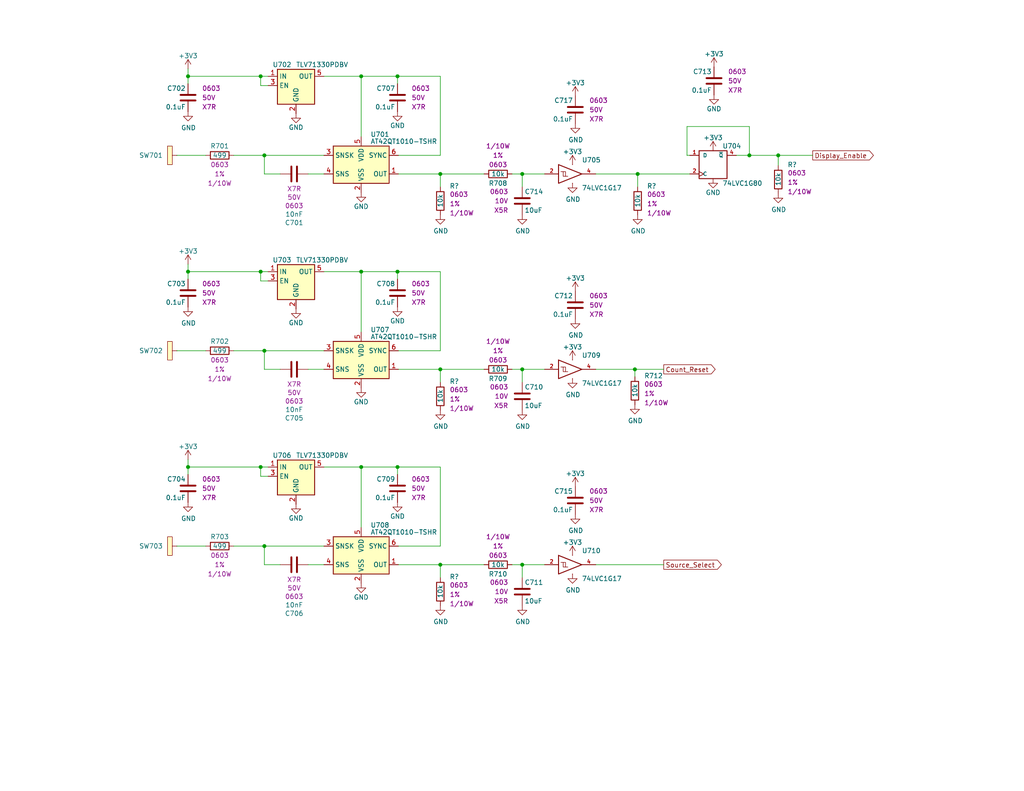
<source format=kicad_sch>
(kicad_sch (version 20230121) (generator eeschema)
  (paper "A")
  (title_block (title "Incrementor") (date "2019-09-03") (rev "A") (company "Drew Maatman"))
  (lib_symbols
    (symbol "Custom_Library:74LVC1G17_Power" (pin_names (offset 1.016))
      (property "Reference" "U" (at 2.54 3.81 0))
      (property "Value" "74LVC1G17_Power" (at 2.54 -3.81 0))
      (symbol "74LVC1G17_Power_0_1"
        (polyline (pts (xy -2.54 0.635) (xy -1.905 0.635) (xy -1.905 -0.635)))
        (polyline (pts (xy -3.81 2.54) (xy -3.81 -2.54) (xy 2.54 0) (xy -3.81 2.54)) (stroke (width 0.254)))
        (polyline (pts (xy -3.175 0.635) (xy -2.54 0.635) (xy -2.54 -0.635) (xy -1.27 -0.635)))
      )
      (symbol "74LVC1G17_Power_1_1"
        (pin input line (at -7.62 0 0) (length 3.81) (name "~") (number "2"))
        (pin power_in line (at 0 -2.54 270) (length 0) (name "GND") (number "3"))
        (pin output line (at 6.35 0 180) (length 3.81) (name "~") (number "4"))
        (pin power_in line (at 0 2.54 90) (length 0) (name "VCC") (number "5"))
      )
    )
    (symbol "Custom_Library:74LVC1G80_Power" (pin_names (offset 1.016))
      (property "Reference" "U" (at 2.54 5.08 0))
      (property "Value" "74LVC1G80_Power" (at 2.54 -5.08 0))
      (symbol "74LVC1G80_Power_0_1"
        (rectangle (start -3.81 3.81) (end 3.81 -3.81) (stroke (width 0.254)))
      )
      (symbol "74LVC1G80_Power_1_1"
        (pin input line (at -6.35 2.54 0) (length 2.54) (name "D") (number "1"))
        (pin input clock (at -6.35 -2.54 0) (length 2.54) (name "C") (number "2"))
        (pin power_in line (at 0 -3.81 270) (length 0) (name "GND") (number "3"))
        (pin output line (at 6.35 2.54 180) (length 2.54) (name "~{Q}") (number "4"))
        (pin power_in line (at 0 3.81 90) (length 0) (name "VCC") (number "5"))
      )
    )
    (symbol "Custom_Library:C_Custom" (pin_numbers hide) (pin_names (offset 0.254))
      (property "Reference" "C" (at 0.635 2.54 0))
      (property "Value" "C_Custom" (at 0.635 -2.54 0))
      (property "display_footprint" "Foot" (at -3.81 2.54 0))
      (property "Voltage" "V" (at -3.81 0 0))
      (property "Dielectric" "Er" (at -3.81 -2.54 0))
      (symbol "C_Custom_0_1"
        (polyline (pts (xy -2.032 -0.762) (xy 2.032 -0.762)) (stroke (width 0.508)))
        (polyline (pts (xy -2.032 0.762) (xy 2.032 0.762)) (stroke (width 0.508)))
      )
      (symbol "C_Custom_1_1"
        (pin passive line (at 0 3.81 270) (length 2.794) (name "~") (number "1"))
        (pin passive line (at 0 -3.81 90) (length 2.794) (name "~") (number "2"))
      )
    )
    (symbol "Custom_Library:Cap_Touch" (pin_numbers hide) (pin_names (offset 0) hide)
      (property "Reference" "SW" (at 0 3.81 0))
      (symbol "Cap_Touch_0_1"
        (rectangle (start -2.54 1.27) (end 2.54 2.54) (fill (type background)))
        (polyline (pts (xy 0 0) (xy 0 1.27)))
      )
      (symbol "Cap_Touch_1_1"
        (pin passive line (at 0 0 90) (length 0) (name "TP") (number "1"))
      )
    )
    (symbol "Custom_Library:R_Custom" (pin_numbers hide) (pin_names (offset 1.016) hide)
      (property "Reference" "R" (at -2.54 0 90))
      (property "Value" "R_Custom" (at 0 0 90))
      (property "display_footprint" "Foot" (at 2.54 0 90))
      (property "Tolerance" "Tol" (at 5.08 0 90))
      (property "Wattage" "W" (at 7.62 0 90))
      (symbol "R_Custom_0_1"
        (rectangle (start 1.016 2.54) (end -1.016 -2.54) (stroke (width 0.254)))
      )
      (symbol "R_Custom_1_1"
        (pin passive line (at 0 3.81 270) (length 1.27) (name "1") (number "1"))
        (pin passive line (at 0 -3.81 90) (length 1.27) (name "2") (number "2"))
      )
    )
    (symbol "Incrementor-rescue:+3.3V-power" (power) (pin_names (offset 0))
      (property "Value" "+3.3V-power" (at 0 3.556 0))
      (symbol "+3.3V-power_0_1"
        (polyline (pts (xy -0.762 1.27) (xy 0 2.54)))
        (polyline (pts (xy 0 0) (xy 0 2.54)))
        (polyline (pts (xy 0 2.54) (xy 0.762 1.27)))
      )
      (symbol "+3.3V-power_1_1"
        (pin power_in line (at 0 0 90) (length 0) hide (name "+3V3") (number "1"))
      )
    )
    (symbol "Incrementor-rescue:TLV71330PDBV-Regulator_Linear"
      (property "Reference" "U" (at -3.81 5.715 0))
      (property "Value" "Regulator_Linear_TLV71330PDBV" (at 0 5.715 0))
      (symbol "TLV71330PDBV-Regulator_Linear_0_1"
        (rectangle (start -5.08 4.445) (end 5.08 -5.08) (stroke (width 0.254)) (fill (type background)))
      )
      (symbol "TLV71330PDBV-Regulator_Linear_1_1"
        (pin power_in line (at -7.62 2.54 0) (length 2.54) (name "IN") (number "1"))
        (pin power_in line (at 0 -7.62 90) (length 2.54) (name "GND") (number "2"))
        (pin input line (at -7.62 0 0) (length 2.54) (name "EN") (number "3"))
        (pin no_connect line (at 7.62 0 180) (length 2.54) hide (name "NC") (number "4"))
        (pin power_out line (at 7.62 2.54 180) (length 2.54) (name "OUT") (number "5"))
      )
    )
    (symbol "Sensor_Touch:AT42QT1010-TSHR"
      (property "Reference" "U" (at -2.54 8.255 0))
      (property "Value" "AT42QT1010-TSHR" (at -2.54 6.35 0))
      (symbol "AT42QT1010-TSHR_0_1"
        (rectangle (start -7.62 5.08) (end 7.62 -5.08) (stroke (width 0.254)) (fill (type background)))
      )
      (symbol "AT42QT1010-TSHR_1_1"
        (pin output line (at -10.16 -2.54 0) (length 2.54) (name "OUT") (number "1"))
        (pin power_in line (at 0 -7.62 90) (length 2.54) (name "VSS") (number "2"))
        (pin passive line (at 10.16 2.54 180) (length 2.54) (name "SNSK") (number "3"))
        (pin passive line (at 10.16 -2.54 180) (length 2.54) (name "SNS") (number "4"))
        (pin power_in line (at 0 7.62 270) (length 2.54) (name "VDD") (number "5"))
        (pin input line (at -10.16 2.54 0) (length 2.54) (name "SYNC") (number "6"))
      )
    )
    (symbol "power:GND" (power) (pin_names (offset 0))
      (property "Value" "GND" (at 0 -3.81 0))
      (symbol "GND_0_1"
        (polyline (pts (xy 0 0) (xy 0 -1.27) (xy 1.27 -1.27) (xy 0 -2.54) (xy -1.27 -1.27) (xy 0 -1.27)))
      )
      (symbol "GND_1_1"
        (pin power_in line (at 0 0 270) (length 0) hide (name "GND") (number "1"))
      )
    )
  )
  (junction (at 72.136 42.418))
  (junction (at 173.99 47.498))
  (junction (at 71.12 20.828))
  (junction (at 120.142 100.838))
  (junction (at 51.308 74.168))
  (junction (at 72.136 95.758))
  (junction (at 212.344 42.418))
  (junction (at 142.494 47.498))
  (junction (at 72.136 149.098))
  (junction (at 120.142 154.178))
  (junction (at 173.228 100.838))
  (junction (at 108.458 74.168))
  (junction (at 98.552 74.168))
  (junction (at 204.47 42.418))
  (junction (at 98.552 127.508))
  (junction (at 142.494 154.178))
  (junction (at 71.12 74.168))
  (junction (at 71.12 127.508))
  (junction (at 51.308 20.828))
  (junction (at 108.458 127.508))
  (junction (at 98.552 20.828))
  (junction (at 108.458 20.828))
  (junction (at 120.142 47.498))
  (junction (at 142.494 100.838))
  (junction (at 51.308 127.508))
  (wire (pts (xy 72.136 47.498) (xy 72.136 42.418)))
  (wire (pts (xy 212.344 45.212) (xy 212.344 42.418)))
  (wire (pts (xy 132.08 47.498) (xy 120.142 47.498)))
  (wire (pts (xy 221.742 42.418) (xy 212.344 42.418)))
  (wire (pts (xy 108.712 42.418) (xy 120.142 42.418)))
  (wire (pts (xy 173.99 51.054) (xy 173.99 47.498)))
  (wire (pts (xy 120.142 51.054) (xy 120.142 47.498)))
  (wire (pts (xy 88.392 127.508) (xy 98.552 127.508)))
  (wire (pts (xy 71.12 76.708) (xy 71.12 74.168)))
  (wire (pts (xy 108.458 127.508) (xy 98.552 127.508)))
  (wire (pts (xy 212.344 42.418) (xy 204.47 42.418)))
  (wire (pts (xy 72.136 95.758) (xy 88.392 95.758)))
  (wire (pts (xy 76.454 154.178) (xy 72.136 154.178)))
  (wire (pts (xy 108.712 95.758) (xy 120.142 95.758)))
  (wire (pts (xy 108.458 74.168) (xy 98.552 74.168)))
  (wire (pts (xy 98.552 74.168) (xy 98.552 90.678)))
  (wire (pts (xy 188.214 47.498) (xy 173.99 47.498)))
  (wire (pts (xy 63.754 42.418) (xy 72.136 42.418)))
  (wire (pts (xy 173.99 47.498) (xy 162.56 47.498)))
  (wire (pts (xy 148.59 154.178) (xy 142.494 154.178)))
  (wire (pts (xy 51.308 76.2) (xy 51.308 74.168)))
  (wire (pts (xy 173.228 100.838) (xy 162.56 100.838)))
  (wire (pts (xy 72.136 42.418) (xy 88.392 42.418)))
  (wire (pts (xy 120.142 74.168) (xy 108.458 74.168)))
  (wire (pts (xy 71.12 127.508) (xy 51.308 127.508)))
  (wire (pts (xy 84.074 154.178) (xy 88.392 154.178)))
  (wire (pts (xy 120.142 127.508) (xy 108.458 127.508)))
  (wire (pts (xy 51.308 18.796) (xy 51.308 20.828)))
  (wire (pts (xy 71.12 20.828) (xy 51.308 20.828)))
  (wire (pts (xy 120.142 127.508) (xy 120.142 149.098)))
  (wire (pts (xy 120.142 104.394) (xy 120.142 100.838)))
  (wire (pts (xy 51.308 125.476) (xy 51.308 127.508)))
  (wire (pts (xy 142.494 100.838) (xy 139.7 100.838)))
  (wire (pts (xy 148.59 47.498) (xy 142.494 47.498)))
  (wire (pts (xy 98.552 20.828) (xy 98.552 37.338)))
  (wire (pts (xy 71.12 23.368) (xy 71.12 20.828)))
  (wire (pts (xy 72.136 100.838) (xy 72.136 95.758)))
  (wire (pts (xy 120.142 157.734) (xy 120.142 154.178)))
  (wire (pts (xy 162.56 154.178) (xy 181.102 154.178)))
  (wire (pts (xy 142.494 104.394) (xy 142.494 100.838)))
  (wire (pts (xy 187.452 42.418) (xy 188.214 42.418)))
  (wire (pts (xy 76.454 100.838) (xy 72.136 100.838)))
  (wire (pts (xy 120.142 47.498) (xy 108.712 47.498)))
  (wire (pts (xy 142.494 47.498) (xy 139.7 47.498)))
  (wire (pts (xy 132.08 100.838) (xy 120.142 100.838)))
  (wire (pts (xy 72.136 149.098) (xy 88.392 149.098)))
  (wire (pts (xy 51.308 72.136) (xy 51.308 74.168)))
  (wire (pts (xy 51.308 129.54) (xy 51.308 127.508)))
  (wire (pts (xy 120.142 154.178) (xy 108.712 154.178)))
  (wire (pts (xy 73.152 130.048) (xy 71.12 130.048)))
  (wire (pts (xy 120.142 74.168) (xy 120.142 95.758)))
  (wire (pts (xy 142.494 154.178) (xy 139.7 154.178)))
  (wire (pts (xy 72.136 154.178) (xy 72.136 149.098)))
  (wire (pts (xy 108.458 129.54) (xy 108.458 127.508)))
  (wire (pts (xy 48.26 95.758) (xy 56.134 95.758)))
  (wire (pts (xy 108.458 76.2) (xy 108.458 74.168)))
  (wire (pts (xy 71.12 74.168) (xy 51.308 74.168)))
  (wire (pts (xy 98.552 127.508) (xy 98.552 144.018)))
  (wire (pts (xy 173.228 100.838) (xy 181.102 100.838)))
  (wire (pts (xy 73.152 74.168) (xy 71.12 74.168)))
  (wire (pts (xy 108.712 149.098) (xy 120.142 149.098)))
  (wire (pts (xy 187.452 34.544) (xy 187.452 42.418)))
  (wire (pts (xy 120.142 20.828) (xy 120.142 42.418)))
  (wire (pts (xy 142.494 51.054) (xy 142.494 47.498)))
  (wire (pts (xy 88.392 20.828) (xy 98.552 20.828)))
  (wire (pts (xy 120.142 20.828) (xy 108.458 20.828)))
  (wire (pts (xy 73.152 23.368) (xy 71.12 23.368)))
  (wire (pts (xy 73.152 127.508) (xy 71.12 127.508)))
  (wire (pts (xy 108.458 22.86) (xy 108.458 20.828)))
  (wire (pts (xy 108.458 20.828) (xy 98.552 20.828)))
  (wire (pts (xy 142.494 157.734) (xy 142.494 154.178)))
  (wire (pts (xy 88.392 74.168) (xy 98.552 74.168)))
  (wire (pts (xy 76.454 47.498) (xy 72.136 47.498)))
  (wire (pts (xy 63.754 149.098) (xy 72.136 149.098)))
  (wire (pts (xy 204.47 42.418) (xy 204.47 34.544)))
  (wire (pts (xy 84.074 100.838) (xy 88.392 100.838)))
  (wire (pts (xy 51.308 22.86) (xy 51.308 20.828)))
  (wire (pts (xy 48.26 149.098) (xy 56.134 149.098)))
  (wire (pts (xy 173.228 102.87) (xy 173.228 100.838)))
  (wire (pts (xy 132.08 154.178) (xy 120.142 154.178)))
  (wire (pts (xy 71.12 130.048) (xy 71.12 127.508)))
  (wire (pts (xy 73.152 20.828) (xy 71.12 20.828)))
  (wire (pts (xy 84.074 47.498) (xy 88.392 47.498)))
  (wire (pts (xy 63.754 95.758) (xy 72.136 95.758)))
  (wire (pts (xy 204.47 34.544) (xy 187.452 34.544)))
  (wire (pts (xy 73.152 76.708) (xy 71.12 76.708)))
  (wire (pts (xy 48.26 42.418) (xy 56.134 42.418)))
  (wire (pts (xy 120.142 100.838) (xy 108.712 100.838)))
  (wire (pts (xy 148.59 100.838) (xy 142.494 100.838)))
  (wire (pts (xy 200.914 42.418) (xy 204.47 42.418)))
  (global_label "Display_Enable" (shape output) (at 221.742 42.418 0) (property "Intersheetrefs" "${INTERSHEET_REFS}" (effects hide)))
  (global_label "Source_Select" (shape output) (at 181.102 154.178 0) (property "Intersheetrefs" "${INTERSHEET_REFS}" (effects hide)))
  (global_label "Count_Reset" (shape output) (at 181.102 100.838 0) (property "Intersheetrefs" "${INTERSHEET_REFS}" (effects hide)))
  (symbol (lib_id "Sensor_Touch:AT42QT1010-TSHR") (at 98.552 44.958 0) (mirror y) (unit 1)
    (property "Reference" "U701" (at 101.092 36.703 0) (effects (justify right)))
    (property "Value" "AT42QT1010-TSHR" (at 101.092 38.608 0) (effects (justify right)))
    (property "Footprint" "TO_SOT_Packages_SMD:SOT-23-6" (effects hide))
    (property "Datasheet" "http://ww1.microchip.com/downloads/en/DeviceDoc/Atmel-9541-AT42-QTouch-BSW-AT42QT1010_Datasheet.pdf" (effects hide))
    (property "Digi-Key PN" "AT42QT1010-TSHRCT-ND" (effects hide))
  )
  (symbol (lib_id "power:GND") (at 98.552 52.578 0) (mirror y) (unit 1)
    (property "Reference" "#PWR0708" (effects hide))
    (property "Value" "GND" (at 98.552 56.388 0))
  )
  (symbol (lib_id "Custom_Library:C_Custom") (at 80.264 47.498 270) (mirror x) (unit 1)
    (property "Reference" "C?" (at 80.264 60.8076 90))
    (property "Value" "10nF" (at 80.264 58.4962 90))
    (property "Footprint" "Capacitors_SMD:C_0603" (effects hide))
    (property "Digi-Key PN" "1276-1921-1-ND" (effects hide))
    (property "display_footprint" "0603" (at 80.264 56.1848 90))
    (property "Voltage" "50V" (at 80.264 53.8734 90))
    (property "Dielectric" "X7R" (at 80.264 51.562 90))
    (instances (project "Incrementor" (path "" (reference "C701") (unit 1))))
  )
  (symbol (lib_id "Custom_Library:R_Custom") (at 59.944 42.418 90) (mirror x) (unit 1)
    (property "Reference" "R?" (at 59.944 39.878 90))
    (property "Value" "499" (at 59.944 42.418 90))
    (property "Footprint" "Resistors_SMD:R_0603" (effects hide))
    (property "Digi-Key PN" "P499HCT-ND" (effects hide))
    (property "display_footprint" "0603" (at 59.944 44.958 90))
    (property "Tolerance" "1%" (at 59.944 47.498 90))
    (property "Wattage" "1/10W" (at 59.944 50.038 90))
    (instances (project "Incrementor" (path "" (reference "R701") (unit 1))))
  )
  (symbol (lib_id "Custom_Library:Cap_Touch") (at 48.26 42.418 90) (mirror x) (unit 1)
    (property "Reference" "SW701" (at 44.45 42.418 90) (effects (justify left)))
    (property "Value" "Cap_Touch" (effects hide))
    (property "Footprint" "Custom Footprints Library:Capacitive_Touch_Pad" (effects hide))
  )
  (symbol (lib_id "Custom_Library:74LVC1G80_Power") (at 194.564 44.958 0) (unit 1)
    (property "Reference" "U704" (at 197.104 39.878 0) (effects (justify left)))
    (property "Value" "74LVC1G80" (at 197.104 50.038 0) (effects (justify left)))
    (property "Footprint" "TO_SOT_Packages_SMD:SOT-353_SC-70-5" (effects hide))
    (property "Datasheet" "http://www.ti.com/lit/sg/scyt129e/scyt129e.pdf" (effects hide))
    (property "Digi-Key PN" "296-9852-1-ND" (effects hide))
  )
  (symbol (lib_id "power:GND") (at 194.564 48.768 0) (unit 1)
    (property "Reference" "#PWR0718" (effects hide))
    (property "Value" "GND" (at 194.564 52.578 0))
  )
  (symbol (lib_id "Incrementor-rescue:+3.3V-power") (at 194.564 41.148 0) (unit 1)
    (property "Reference" "#PWR0717" (effects hide))
    (property "Value" "+3.3V" (at 194.564 37.592 0))
  )
  (symbol (lib_id "Custom_Library:C_Custom") (at 194.818 22.098 0) (mirror y) (unit 1)
    (property "Reference" "C?" (at 194.183 19.558 0) (effects (justify left)))
    (property "Value" "0.1uF" (at 194.183 24.638 0) (effects (justify left)))
    (property "Footprint" "Capacitors_SMD:C_0603" (effects hide))
    (property "Digi-Key PN" "311-1344-1-ND" (effects hide))
    (property "display_footprint" "0603" (at 198.628 19.558 0) (effects (justify right)))
    (property "Voltage" "50V" (at 198.628 22.098 0) (effects (justify right)))
    (property "Dielectric" "X7R" (at 198.628 24.638 0) (effects (justify right)))
    (instances (project "Incrementor" (path "" (reference "C713") (unit 1))))
  )
  (symbol (lib_id "power:GND") (at 194.818 25.908 0) (unit 1)
    (property "Reference" "#PWR0720" (effects hide))
    (property "Value" "GND" (at 194.818 29.718 0))
  )
  (symbol (lib_id "Incrementor-rescue:+3.3V-power") (at 194.818 18.288 0) (unit 1)
    (property "Reference" "#PWR0719" (effects hide))
    (property "Value" "+3.3V" (at 194.818 14.732 0))
  )
  (symbol (lib_id "Custom_Library:R_Custom") (at 120.142 54.864 0) (unit 1)
    (property "Reference" "R?" (at 122.682 50.8 0) (effects (justify left)))
    (property "Value" "10k" (at 120.142 56.642 90) (effects (justify left)))
    (property "Footprint" "Resistors_SMD:R_0603" (effects hide))
    (property "display_footprint" "0603" (at 122.682 53.086 0) (effects (justify left)))
    (property "Tolerance" "1%" (at 122.682 55.626 0) (effects (justify left)))
    (property "Wattage" "1/10W" (at 122.682 58.166 0) (effects (justify left)))
    (property "Digi-Key PN" "RMCF0603FT10K0CT-ND" (effects hide))
    (instances (project "Incrementor" (path "" (reference "R?") (unit 1)) (path "" (reference "R?") (unit 1)) (path "" (reference "R704") (unit 1))))
  )
  (symbol (lib_id "power:GND") (at 120.142 58.674 0) (unit 1)
    (property "Reference" "#PWR?" (effects hide))
    (property "Value" "GND" (at 120.269 63.0682 0))
    (instances (project "Incrementor" (path "" (reference "#PWR?") (unit 1)) (path "" (reference "#PWR?") (unit 1)) (path "" (reference "#PWR0716") (unit 1))))
  )
  (symbol (lib_id "Custom_Library:R_Custom") (at 212.344 49.022 0) (unit 1)
    (property "Reference" "R?" (at 214.884 44.958 0) (effects (justify left)))
    (property "Value" "10k" (at 212.344 50.8 90) (effects (justify left)))
    (property "Footprint" "Resistors_SMD:R_0603" (effects hide))
    (property "display_footprint" "0603" (at 214.884 47.244 0) (effects (justify left)))
    (property "Tolerance" "1%" (at 214.884 49.784 0) (effects (justify left)))
    (property "Wattage" "1/10W" (at 214.884 52.324 0) (effects (justify left)))
    (property "Digi-Key PN" "RMCF0603FT10K0CT-ND" (effects hide))
    (instances (project "Incrementor" (path "" (reference "R?") (unit 1)) (path "" (reference "R?") (unit 1)) (path "" (reference "R705") (unit 1))))
  )
  (symbol (lib_id "power:GND") (at 212.344 52.832 0) (unit 1)
    (property "Reference" "#PWR?" (effects hide))
    (property "Value" "GND" (at 212.471 57.2262 0))
    (instances (project "Incrementor" (path "" (reference "#PWR?") (unit 1)) (path "" (reference "#PWR?") (unit 1)) (path "" (reference "#PWR0721") (unit 1))))
  )
  (symbol (lib_id "Custom_Library:R_Custom") (at 135.89 47.498 270) (mirror x) (unit 1)
    (property "Reference" "R?" (at 135.89 50.038 90))
    (property "Value" "10k" (at 135.89 47.498 90))
    (property "Footprint" "Resistors_SMD:R_0603" (effects hide))
    (property "display_footprint" "0603" (at 135.89 44.958 90))
    (property "Tolerance" "1%" (at 135.89 42.418 90))
    (property "Wattage" "1/10W" (at 135.89 39.878 90))
    (property "Digi-Key PN" "RMCF0603FT10K0CT-ND" (effects hide))
    (instances (project "Incrementor" (path "" (reference "R708") (unit 1))))
  )
  (symbol (lib_id "Custom_Library:C_Custom") (at 142.494 54.864 0) (unit 1)
    (property "Reference" "C?" (at 143.129 52.324 0) (effects (justify left)))
    (property "Value" "10uF" (at 143.129 57.404 0) (effects (justify left)))
    (property "Footprint" "Capacitors_SMD:C_0603" (effects hide))
    (property "Digi-Key PN" "490-14372-1-ND" (effects hide))
    (property "display_footprint" "0603" (at 138.684 52.324 0) (effects (justify right)))
    (property "Voltage" "10V" (at 138.684 54.864 0) (effects (justify right)))
    (property "Dielectric" "X5R" (at 138.684 57.404 0) (effects (justify right)))
    (instances (project "Incrementor" (path "" (reference "C714") (unit 1))))
  )
  (symbol (lib_id "power:GND") (at 142.494 58.674 0) (unit 1)
    (property "Reference" "#PWR?" (effects hide))
    (property "Value" "GND" (at 142.621 63.0682 0))
    (instances (project "Incrementor" (path "" (reference "#PWR?") (unit 1)) (path "" (reference "#PWR?") (unit 1)) (path "" (reference "#PWR0724") (unit 1))))
  )
  (symbol (lib_id "Incrementor-rescue:TLV71330PDBV-Regulator_Linear") (at 80.772 23.368 0) (unit 1)
    (property "Reference" "U702" (at 76.962 17.653 0))
    (property "Value" "TLV71330PDBV" (at 80.772 17.653 0) (effects (justify left)))
    (property "Footprint" "Package_TO_SOT_SMD:SOT-23-5" (effects hide))
    (property "Datasheet" "http://www.ti.com/lit/ds/symlink/tlv713p.pdf" (effects hide))
    (property "Digi-Key PN" "296-40658-1-ND" (effects hide))
  )
  (symbol (lib_id "power:GND") (at 156.21 50.038 0) (unit 1)
    (property "Reference" "#PWR?" (effects hide))
    (property "Value" "GND" (at 156.337 54.4322 0))
    (instances (project "Incrementor" (path "" (reference "#PWR?") (unit 1)) (path "" (reference "#PWR?") (unit 1)) (path "" (reference "#PWR0728") (unit 1))))
  )
  (symbol (lib_id "Incrementor-rescue:+3.3V-power") (at 156.21 44.958 0) (unit 1)
    (property "Reference" "#PWR0727" (effects hide))
    (property "Value" "+3.3V" (at 156.21 41.402 0))
  )
  (symbol (lib_id "Custom_Library:74LVC1G17_Power") (at 156.21 47.498 0) (unit 1)
    (property "Reference" "U705" (at 158.75 43.688 0) (effects (justify left)))
    (property "Value" "74LVC1G17" (at 158.75 51.308 0) (effects (justify left)))
    (property "Footprint" "TO_SOT_Packages_SMD:SOT-353_SC-70-5" (effects hide))
    (property "Datasheet" "http://www.ti.com/lit/sg/scyt129e/scyt129e.pdf" (effects hide))
    (property "Digi-Key PN" "296-11934-1-ND" (effects hide))
  )
  (symbol (lib_id "Custom_Library:R_Custom") (at 173.99 54.864 0) (unit 1)
    (property "Reference" "R?" (at 176.53 50.8 0) (effects (justify left)))
    (property "Value" "10k" (at 173.99 56.642 90) (effects (justify left)))
    (property "Footprint" "Resistors_SMD:R_0603" (effects hide))
    (property "display_footprint" "0603" (at 176.53 53.086 0) (effects (justify left)))
    (property "Tolerance" "1%" (at 176.53 55.626 0) (effects (justify left)))
    (property "Wattage" "1/10W" (at 176.53 58.166 0) (effects (justify left)))
    (property "Digi-Key PN" "RMCF0603FT10K0CT-ND" (effects hide))
    (instances (project "Incrementor" (path "" (reference "R?") (unit 1)) (path "" (reference "R?") (unit 1)) (path "" (reference "R711") (unit 1))))
  )
  (symbol (lib_id "power:GND") (at 173.99 58.674 0) (unit 1)
    (property "Reference" "#PWR?" (effects hide))
    (property "Value" "GND" (at 174.117 63.0682 0))
    (instances (project "Incrementor" (path "" (reference "#PWR?") (unit 1)) (path "" (reference "#PWR?") (unit 1)) (path "" (reference "#PWR0739") (unit 1))))
  )
  (symbol (lib_id "power:GND") (at 80.772 30.988 0) (unit 1)
    (property "Reference" "#PWR0707" (effects hide))
    (property "Value" "GND" (at 80.772 34.798 0))
  )
  (symbol (lib_id "Custom_Library:C_Custom") (at 108.458 26.67 0) (mirror y) (unit 1)
    (property "Reference" "C?" (at 107.823 24.13 0) (effects (justify left)))
    (property "Value" "0.1uF" (at 107.823 29.21 0) (effects (justify left)))
    (property "Footprint" "Capacitors_SMD:C_0603" (effects hide))
    (property "Digi-Key PN" "311-1344-1-ND" (effects hide))
    (property "display_footprint" "0603" (at 112.268 24.13 0) (effects (justify right)))
    (property "Voltage" "50V" (at 112.268 26.67 0) (effects (justify right)))
    (property "Dielectric" "X7R" (at 112.268 29.21 0) (effects (justify right)))
    (instances (project "Incrementor" (path "" (reference "C707") (unit 1))))
  )
  (symbol (lib_id "Custom_Library:C_Custom") (at 51.308 26.67 0) (mirror y) (unit 1)
    (property "Reference" "C?" (at 50.673 24.13 0) (effects (justify left)))
    (property "Value" "0.1uF" (at 50.673 29.21 0) (effects (justify left)))
    (property "Footprint" "Capacitors_SMD:C_0603" (effects hide))
    (property "Digi-Key PN" "311-1344-1-ND" (effects hide))
    (property "display_footprint" "0603" (at 55.118 24.13 0) (effects (justify right)))
    (property "Voltage" "50V" (at 55.118 26.67 0) (effects (justify right)))
    (property "Dielectric" "X7R" (at 55.118 29.21 0) (effects (justify right)))
    (instances (project "Incrementor" (path "" (reference "C702") (unit 1))))
  )
  (symbol (lib_id "power:GND") (at 51.308 30.48 0) (unit 1)
    (property "Reference" "#PWR?" (effects hide))
    (property "Value" "GND" (at 51.435 34.8742 0))
    (instances (project "Incrementor" (path "" (reference "#PWR?") (unit 1)) (path "" (reference "#PWR?") (unit 1)) (path "" (reference "#PWR0702") (unit 1))))
  )
  (symbol (lib_id "Custom_Library:C_Custom") (at 156.972 29.972 0) (mirror y) (unit 1)
    (property "Reference" "C?" (at 156.337 27.432 0) (effects (justify left)))
    (property "Value" "0.1uF" (at 156.337 32.512 0) (effects (justify left)))
    (property "Footprint" "Capacitors_SMD:C_0603" (effects hide))
    (property "Digi-Key PN" "311-1344-1-ND" (effects hide))
    (property "display_footprint" "0603" (at 160.782 27.432 0) (effects (justify right)))
    (property "Voltage" "50V" (at 160.782 29.972 0) (effects (justify right)))
    (property "Dielectric" "X7R" (at 160.782 32.512 0) (effects (justify right)))
    (instances (project "Incrementor" (path "" (reference "C717") (unit 1))))
  )
  (symbol (lib_id "power:GND") (at 156.972 33.782 0) (unit 1)
    (property "Reference" "#PWR?" (effects hide))
    (property "Value" "GND" (at 157.099 38.1762 0))
    (instances (project "Incrementor" (path "" (reference "#PWR?") (unit 1)) (path "" (reference "#PWR?") (unit 1)) (path "" (reference "#PWR0730") (unit 1))))
  )
  (symbol (lib_id "Incrementor-rescue:+3.3V-power") (at 156.972 26.162 0) (unit 1)
    (property "Reference" "#PWR0729" (effects hide))
    (property "Value" "+3.3V" (at 156.972 22.606 0))
  )
  (symbol (lib_id "power:GND") (at 173.228 110.49 0) (unit 1)
    (property "Reference" "#PWR0740" (effects hide))
    (property "Value" "GND" (at 173.355 114.8842 0))
    (instances (project "Incrementor" (path "" (reference "#PWR0740") (unit 1)) (path "" (reference "#PWR?") (unit 1))))
  )
  (symbol (lib_id "Custom_Library:R_Custom") (at 173.228 106.68 0) (unit 1)
    (property "Reference" "R712" (at 175.768 102.616 0) (effects (justify left)))
    (property "Value" "10k" (at 173.228 108.458 90) (effects (justify left)))
    (property "Footprint" "Resistors_SMD:R_0603" (effects hide))
    (property "display_footprint" "0603" (at 175.768 104.902 0) (effects (justify left)))
    (property "Tolerance" "1%" (at 175.768 107.442 0) (effects (justify left)))
    (property "Wattage" "1/10W" (at 175.768 109.982 0) (effects (justify left)))
    (property "Digi-Key PN" "RMCF0603FT10K0CT-ND" (effects hide))
    (instances (project "Incrementor" (path "" (reference "R712") (unit 1)) (path "" (reference "R?") (unit 1))))
  )
  (symbol (lib_id "Incrementor-rescue:+3.3V-power") (at 51.308 18.796 0) (unit 1)
    (property "Reference" "#PWR0701" (effects hide))
    (property "Value" "+3.3V" (at 51.308 15.24 0))
  )
  (symbol (lib_id "power:GND") (at 108.458 30.48 0) (unit 1)
    (property "Reference" "#PWR0713" (effects hide))
    (property "Value" "GND" (at 108.458 34.29 0))
  )
  (symbol (lib_id "Sensor_Touch:AT42QT1010-TSHR") (at 98.552 98.298 0) (mirror y) (unit 1)
    (property "Reference" "U707" (at 101.092 90.043 0) (effects (justify right)))
    (property "Value" "AT42QT1010-TSHR" (at 101.092 91.948 0) (effects (justify right)))
    (property "Footprint" "TO_SOT_Packages_SMD:SOT-23-6" (effects hide))
    (property "Datasheet" "http://ww1.microchip.com/downloads/en/DeviceDoc/Atmel-9541-AT42-QTouch-BSW-AT42QT1010_Datasheet.pdf" (effects hide))
    (property "Digi-Key PN" "AT42QT1010-TSHRCT-ND" (effects hide))
  )
  (symbol (lib_id "power:GND") (at 98.552 105.918 0) (mirror y) (unit 1)
    (property "Reference" "#PWR0711" (effects hide))
    (property "Value" "GND" (at 98.552 109.728 0))
  )
  (symbol (lib_id "Custom_Library:C_Custom") (at 80.264 100.838 270) (mirror x) (unit 1)
    (property "Reference" "C?" (at 80.264 114.1476 90))
    (property "Value" "10nF" (at 80.264 111.8362 90))
    (property "Footprint" "Capacitors_SMD:C_0603" (effects hide))
    (property "Digi-Key PN" "1276-1921-1-ND" (effects hide))
    (property "display_footprint" "0603" (at 80.264 109.5248 90))
    (property "Voltage" "50V" (at 80.264 107.2134 90))
    (property "Dielectric" "X7R" (at 80.264 104.902 90))
    (instances (project "Incrementor" (path "" (reference "C705") (unit 1))))
  )
  (symbol (lib_id "Custom_Library:R_Custom") (at 59.944 95.758 90) (mirror x) (unit 1)
    (property "Reference" "R?" (at 59.944 93.218 90))
    (property "Value" "499" (at 59.944 95.758 90))
    (property "Footprint" "Resistors_SMD:R_0603" (effects hide))
    (property "Digi-Key PN" "P499HCT-ND" (effects hide))
    (property "display_footprint" "0603" (at 59.944 98.298 90))
    (property "Tolerance" "1%" (at 59.944 100.838 90))
    (property "Wattage" "1/10W" (at 59.944 103.378 90))
    (instances (project "Incrementor" (path "" (reference "R702") (unit 1))))
  )
  (symbol (lib_id "Custom_Library:Cap_Touch") (at 48.26 95.758 90) (mirror x) (unit 1)
    (property "Reference" "SW702" (at 44.45 95.758 90) (effects (justify left)))
    (property "Value" "Cap_Touch" (effects hide))
    (property "Footprint" "Custom Footprints Library:Capacitive_Touch_Pad" (effects hide))
  )
  (symbol (lib_id "Custom_Library:R_Custom") (at 120.142 108.204 0) (unit 1)
    (property "Reference" "R?" (at 122.682 104.14 0) (effects (justify left)))
    (property "Value" "10k" (at 120.142 109.982 90) (effects (justify left)))
    (property "Footprint" "Resistors_SMD:R_0603" (effects hide))
    (property "display_footprint" "0603" (at 122.682 106.426 0) (effects (justify left)))
    (property "Tolerance" "1%" (at 122.682 108.966 0) (effects (justify left)))
    (property "Wattage" "1/10W" (at 122.682 111.506 0) (effects (justify left)))
    (property "Digi-Key PN" "RMCF0603FT10K0CT-ND" (effects hide))
    (instances (project "Incrementor" (path "" (reference "R?") (unit 1)) (path "" (reference "R?") (unit 1)) (path "" (reference "R706") (unit 1))))
  )
  (symbol (lib_id "power:GND") (at 120.142 112.014 0) (unit 1)
    (property "Reference" "#PWR?" (effects hide))
    (property "Value" "GND" (at 120.269 116.4082 0))
    (instances (project "Incrementor" (path "" (reference "#PWR?") (unit 1)) (path "" (reference "#PWR?") (unit 1)) (path "" (reference "#PWR0722") (unit 1))))
  )
  (symbol (lib_id "Custom_Library:R_Custom") (at 135.89 100.838 270) (mirror x) (unit 1)
    (property "Reference" "R?" (at 135.89 103.378 90))
    (property "Value" "10k" (at 135.89 100.838 90))
    (property "Footprint" "Resistors_SMD:R_0603" (effects hide))
    (property "display_footprint" "0603" (at 135.89 98.298 90))
    (property "Tolerance" "1%" (at 135.89 95.758 90))
    (property "Wattage" "1/10W" (at 135.89 93.218 90))
    (property "Digi-Key PN" "RMCF0603FT10K0CT-ND" (effects hide))
    (instances (project "Incrementor" (path "" (reference "R709") (unit 1))))
  )
  (symbol (lib_id "Custom_Library:C_Custom") (at 142.494 108.204 0) (unit 1)
    (property "Reference" "C?" (at 143.129 105.664 0) (effects (justify left)))
    (property "Value" "10uF" (at 143.129 110.744 0) (effects (justify left)))
    (property "Footprint" "Capacitors_SMD:C_0603" (effects hide))
    (property "Digi-Key PN" "490-14372-1-ND" (effects hide))
    (property "display_footprint" "0603" (at 138.684 105.664 0) (effects (justify right)))
    (property "Voltage" "10V" (at 138.684 108.204 0) (effects (justify right)))
    (property "Dielectric" "X5R" (at 138.684 110.744 0) (effects (justify right)))
    (instances (project "Incrementor" (path "" (reference "C710") (unit 1))))
  )
  (symbol (lib_id "power:GND") (at 142.494 112.014 0) (unit 1)
    (property "Reference" "#PWR?" (effects hide))
    (property "Value" "GND" (at 142.621 116.4082 0))
    (instances (project "Incrementor" (path "" (reference "#PWR?") (unit 1)) (path "" (reference "#PWR?") (unit 1)) (path "" (reference "#PWR0725") (unit 1))))
  )
  (symbol (lib_id "power:GND") (at 156.21 103.378 0) (unit 1)
    (property "Reference" "#PWR?" (effects hide))
    (property "Value" "GND" (at 156.337 107.7722 0))
    (instances (project "Incrementor" (path "" (reference "#PWR?") (unit 1)) (path "" (reference "#PWR?") (unit 1)) (path "" (reference "#PWR0732") (unit 1))))
  )
  (symbol (lib_id "Incrementor-rescue:+3.3V-power") (at 156.21 98.298 0) (unit 1)
    (property "Reference" "#PWR0731" (effects hide))
    (property "Value" "+3.3V" (at 156.21 94.742 0))
  )
  (symbol (lib_id "Custom_Library:74LVC1G17_Power") (at 156.21 100.838 0) (unit 1)
    (property "Reference" "U709" (at 158.75 97.028 0) (effects (justify left)))
    (property "Value" "74LVC1G17" (at 158.75 104.648 0) (effects (justify left)))
    (property "Footprint" "TO_SOT_Packages_SMD:SOT-353_SC-70-5" (effects hide))
    (property "Datasheet" "http://www.ti.com/lit/sg/scyt129e/scyt129e.pdf" (effects hide))
    (property "Digi-Key PN" "296-11934-1-ND" (effects hide))
  )
  (symbol (lib_id "Custom_Library:C_Custom") (at 156.972 83.312 0) (mirror y) (unit 1)
    (property "Reference" "C?" (at 156.337 80.772 0) (effects (justify left)))
    (property "Value" "0.1uF" (at 156.337 85.852 0) (effects (justify left)))
    (property "Footprint" "Capacitors_SMD:C_0603" (effects hide))
    (property "Digi-Key PN" "311-1344-1-ND" (effects hide))
    (property "display_footprint" "0603" (at 160.782 80.772 0) (effects (justify right)))
    (property "Voltage" "50V" (at 160.782 83.312 0) (effects (justify right)))
    (property "Dielectric" "X7R" (at 160.782 85.852 0) (effects (justify right)))
    (instances (project "Incrementor" (path "" (reference "C712") (unit 1))))
  )
  (symbol (lib_id "power:GND") (at 156.972 87.122 0) (unit 1)
    (property "Reference" "#PWR?" (effects hide))
    (property "Value" "GND" (at 157.099 91.5162 0))
    (instances (project "Incrementor" (path "" (reference "#PWR?") (unit 1)) (path "" (reference "#PWR?") (unit 1)) (path "" (reference "#PWR0736") (unit 1))))
  )
  (symbol (lib_id "Incrementor-rescue:+3.3V-power") (at 156.972 79.502 0) (unit 1)
    (property "Reference" "#PWR0735" (effects hide))
    (property "Value" "+3.3V" (at 156.972 75.946 0))
  )
  (symbol (lib_id "Incrementor-rescue:TLV71330PDBV-Regulator_Linear") (at 80.772 76.708 0) (unit 1)
    (property "Reference" "U703" (at 76.962 70.993 0))
    (property "Value" "TLV71330PDBV" (at 80.772 70.993 0) (effects (justify left)))
    (property "Footprint" "Package_TO_SOT_SMD:SOT-23-5" (effects hide))
    (property "Datasheet" "http://www.ti.com/lit/ds/symlink/tlv713p.pdf" (effects hide))
    (property "Digi-Key PN" "296-40658-1-ND" (effects hide))
  )
  (symbol (lib_id "power:GND") (at 80.772 84.328 0) (unit 1)
    (property "Reference" "#PWR0709" (effects hide))
    (property "Value" "GND" (at 80.772 88.138 0))
  )
  (symbol (lib_id "Custom_Library:C_Custom") (at 108.458 80.01 0) (mirror y) (unit 1)
    (property "Reference" "C?" (at 107.823 77.47 0) (effects (justify left)))
    (property "Value" "0.1uF" (at 107.823 82.55 0) (effects (justify left)))
    (property "Footprint" "Capacitors_SMD:C_0603" (effects hide))
    (property "Digi-Key PN" "311-1344-1-ND" (effects hide))
    (property "display_footprint" "0603" (at 112.268 77.47 0) (effects (justify right)))
    (property "Voltage" "50V" (at 112.268 80.01 0) (effects (justify right)))
    (property "Dielectric" "X7R" (at 112.268 82.55 0) (effects (justify right)))
    (instances (project "Incrementor" (path "" (reference "C708") (unit 1))))
  )
  (symbol (lib_id "Custom_Library:C_Custom") (at 51.308 80.01 0) (mirror y) (unit 1)
    (property "Reference" "C?" (at 50.673 77.47 0) (effects (justify left)))
    (property "Value" "0.1uF" (at 50.673 82.55 0) (effects (justify left)))
    (property "Footprint" "Capacitors_SMD:C_0603" (effects hide))
    (property "Digi-Key PN" "311-1344-1-ND" (effects hide))
    (property "display_footprint" "0603" (at 55.118 77.47 0) (effects (justify right)))
    (property "Voltage" "50V" (at 55.118 80.01 0) (effects (justify right)))
    (property "Dielectric" "X7R" (at 55.118 82.55 0) (effects (justify right)))
    (instances (project "Incrementor" (path "" (reference "C703") (unit 1))))
  )
  (symbol (lib_id "power:GND") (at 51.308 83.82 0) (unit 1)
    (property "Reference" "#PWR?" (effects hide))
    (property "Value" "GND" (at 51.435 88.2142 0))
    (instances (project "Incrementor" (path "" (reference "#PWR?") (unit 1)) (path "" (reference "#PWR?") (unit 1)) (path "" (reference "#PWR0704") (unit 1))))
  )
  (symbol (lib_id "Incrementor-rescue:+3.3V-power") (at 51.308 72.136 0) (unit 1)
    (property "Reference" "#PWR0703" (effects hide))
    (property "Value" "+3.3V" (at 51.308 68.58 0))
  )
  (symbol (lib_id "power:GND") (at 108.458 83.82 0) (unit 1)
    (property "Reference" "#PWR0714" (effects hide))
    (property "Value" "GND" (at 108.458 87.63 0))
  )
  (symbol (lib_id "Sensor_Touch:AT42QT1010-TSHR") (at 98.552 151.638 0) (mirror y) (unit 1)
    (property "Reference" "U708" (at 101.092 143.383 0) (effects (justify right)))
    (property "Value" "AT42QT1010-TSHR" (at 101.092 145.288 0) (effects (justify right)))
    (property "Footprint" "TO_SOT_Packages_SMD:SOT-23-6" (effects hide))
    (property "Datasheet" "http://ww1.microchip.com/downloads/en/DeviceDoc/Atmel-9541-AT42-QTouch-BSW-AT42QT1010_Datasheet.pdf" (effects hide))
    (property "Digi-Key PN" "AT42QT1010-TSHRCT-ND" (effects hide))
  )
  (symbol (lib_id "power:GND") (at 98.552 159.258 0) (mirror y) (unit 1)
    (property "Reference" "#PWR0712" (effects hide))
    (property "Value" "GND" (at 98.552 163.068 0))
  )
  (symbol (lib_id "Custom_Library:C_Custom") (at 80.264 154.178 270) (mirror x) (unit 1)
    (property "Reference" "C?" (at 80.264 167.4876 90))
    (property "Value" "10nF" (at 80.264 165.1762 90))
    (property "Footprint" "Capacitors_SMD:C_0603" (effects hide))
    (property "Digi-Key PN" "1276-1921-1-ND" (effects hide))
    (property "display_footprint" "0603" (at 80.264 162.8648 90))
    (property "Voltage" "50V" (at 80.264 160.5534 90))
    (property "Dielectric" "X7R" (at 80.264 158.242 90))
    (instances (project "Incrementor" (path "" (reference "C706") (unit 1))))
  )
  (symbol (lib_id "Custom_Library:R_Custom") (at 59.944 149.098 90) (mirror x) (unit 1)
    (property "Reference" "R?" (at 59.944 146.558 90))
    (property "Value" "499" (at 59.944 149.098 90))
    (property "Footprint" "Resistors_SMD:R_0603" (effects hide))
    (property "Digi-Key PN" "P499HCT-ND" (effects hide))
    (property "display_footprint" "0603" (at 59.944 151.638 90))
    (property "Tolerance" "1%" (at 59.944 154.178 90))
    (property "Wattage" "1/10W" (at 59.944 156.718 90))
    (instances (project "Incrementor" (path "" (reference "R703") (unit 1))))
  )
  (symbol (lib_id "Custom_Library:Cap_Touch") (at 48.26 149.098 90) (mirror x) (unit 1)
    (property "Reference" "SW703" (at 44.45 149.098 90) (effects (justify left)))
    (property "Value" "Cap_Touch" (effects hide))
    (property "Footprint" "Custom Footprints Library:Capacitive_Touch_Pad" (effects hide))
  )
  (symbol (lib_id "Custom_Library:R_Custom") (at 120.142 161.544 0) (unit 1)
    (property "Reference" "R?" (at 122.682 157.48 0) (effects (justify left)))
    (property "Value" "10k" (at 120.142 163.322 90) (effects (justify left)))
    (property "Footprint" "Resistors_SMD:R_0603" (effects hide))
    (property "display_footprint" "0603" (at 122.682 159.766 0) (effects (justify left)))
    (property "Tolerance" "1%" (at 122.682 162.306 0) (effects (justify left)))
    (property "Wattage" "1/10W" (at 122.682 164.846 0) (effects (justify left)))
    (property "Digi-Key PN" "RMCF0603FT10K0CT-ND" (effects hide))
    (instances (project "Incrementor" (path "" (reference "R?") (unit 1)) (path "" (reference "R?") (unit 1)) (path "" (reference "R707") (unit 1))))
  )
  (symbol (lib_id "power:GND") (at 120.142 165.354 0) (unit 1)
    (property "Reference" "#PWR?" (effects hide))
    (property "Value" "GND" (at 120.269 169.7482 0))
    (instances (project "Incrementor" (path "" (reference "#PWR?") (unit 1)) (path "" (reference "#PWR?") (unit 1)) (path "" (reference "#PWR0723") (unit 1))))
  )
  (symbol (lib_id "Custom_Library:R_Custom") (at 135.89 154.178 270) (mirror x) (unit 1)
    (property "Reference" "R?" (at 135.89 156.718 90))
    (property "Value" "10k" (at 135.89 154.178 90))
    (property "Footprint" "Resistors_SMD:R_0603" (effects hide))
    (property "display_footprint" "0603" (at 135.89 151.638 90))
    (property "Tolerance" "1%" (at 135.89 149.098 90))
    (property "Wattage" "1/10W" (at 135.89 146.558 90))
    (property "Digi-Key PN" "RMCF0603FT10K0CT-ND" (effects hide))
    (instances (project "Incrementor" (path "" (reference "R710") (unit 1))))
  )
  (symbol (lib_id "Custom_Library:C_Custom") (at 142.494 161.544 0) (unit 1)
    (property "Reference" "C?" (at 143.129 159.004 0) (effects (justify left)))
    (property "Value" "10uF" (at 143.129 164.084 0) (effects (justify left)))
    (property "Footprint" "Capacitors_SMD:C_0603" (effects hide))
    (property "Digi-Key PN" "490-14372-1-ND" (effects hide))
    (property "display_footprint" "0603" (at 138.684 159.004 0) (effects (justify right)))
    (property "Voltage" "10V" (at 138.684 161.544 0) (effects (justify right)))
    (property "Dielectric" "X5R" (at 138.684 164.084 0) (effects (justify right)))
    (instances (project "Incrementor" (path "" (reference "C711") (unit 1))))
  )
  (symbol (lib_id "power:GND") (at 142.494 165.354 0) (unit 1)
    (property "Reference" "#PWR?" (effects hide))
    (property "Value" "GND" (at 142.621 169.7482 0))
    (instances (project "Incrementor" (path "" (reference "#PWR?") (unit 1)) (path "" (reference "#PWR?") (unit 1)) (path "" (reference "#PWR0726") (unit 1))))
  )
  (symbol (lib_id "power:GND") (at 156.21 156.718 0) (unit 1)
    (property "Reference" "#PWR?" (effects hide))
    (property "Value" "GND" (at 156.337 161.1122 0))
    (instances (project "Incrementor" (path "" (reference "#PWR?") (unit 1)) (path "" (reference "#PWR?") (unit 1)) (path "" (reference "#PWR0734") (unit 1))))
  )
  (symbol (lib_id "Incrementor-rescue:+3.3V-power") (at 156.21 151.638 0) (unit 1)
    (property "Reference" "#PWR0733" (effects hide))
    (property "Value" "+3.3V" (at 156.21 148.082 0))
  )
  (symbol (lib_id "Custom_Library:74LVC1G17_Power") (at 156.21 154.178 0) (unit 1)
    (property "Reference" "U710" (at 158.75 150.368 0) (effects (justify left)))
    (property "Value" "74LVC1G17" (at 158.75 157.988 0) (effects (justify left)))
    (property "Footprint" "TO_SOT_Packages_SMD:SOT-353_SC-70-5" (effects hide))
    (property "Datasheet" "http://www.ti.com/lit/sg/scyt129e/scyt129e.pdf" (effects hide))
    (property "Digi-Key PN" "296-11934-1-ND" (effects hide))
  )
  (symbol (lib_id "Custom_Library:C_Custom") (at 156.972 136.652 0) (mirror y) (unit 1)
    (property "Reference" "C?" (at 156.337 134.112 0) (effects (justify left)))
    (property "Value" "0.1uF" (at 156.337 139.192 0) (effects (justify left)))
    (property "Footprint" "Capacitors_SMD:C_0603" (effects hide))
    (property "Digi-Key PN" "311-1344-1-ND" (effects hide))
    (property "display_footprint" "0603" (at 160.782 134.112 0) (effects (justify right)))
    (property "Voltage" "50V" (at 160.782 136.652 0) (effects (justify right)))
    (property "Dielectric" "X7R" (at 160.782 139.192 0) (effects (justify right)))
    (instances (project "Incrementor" (path "" (reference "C715") (unit 1))))
  )
  (symbol (lib_id "power:GND") (at 156.972 140.462 0) (unit 1)
    (property "Reference" "#PWR?" (effects hide))
    (property "Value" "GND" (at 157.099 144.8562 0))
    (instances (project "Incrementor" (path "" (reference "#PWR?") (unit 1)) (path "" (reference "#PWR?") (unit 1)) (path "" (reference "#PWR0738") (unit 1))))
  )
  (symbol (lib_id "Incrementor-rescue:+3.3V-power") (at 156.972 132.842 0) (unit 1)
    (property "Reference" "#PWR0737" (effects hide))
    (property "Value" "+3.3V" (at 156.972 129.286 0))
  )
  (symbol (lib_id "Incrementor-rescue:TLV71330PDBV-Regulator_Linear") (at 80.772 130.048 0) (unit 1)
    (property "Reference" "U706" (at 76.962 124.333 0))
    (property "Value" "TLV71330PDBV" (at 80.772 124.333 0) (effects (justify left)))
    (property "Footprint" "Package_TO_SOT_SMD:SOT-23-5" (effects hide))
    (property "Datasheet" "http://www.ti.com/lit/ds/symlink/tlv713p.pdf" (effects hide))
    (property "Digi-Key PN" "296-40658-1-ND" (effects hide))
  )
  (symbol (lib_id "power:GND") (at 80.772 137.668 0) (unit 1)
    (property "Reference" "#PWR0710" (effects hide))
    (property "Value" "GND" (at 80.772 141.478 0))
  )
  (symbol (lib_id "Custom_Library:C_Custom") (at 108.458 133.35 0) (mirror y) (unit 1)
    (property "Reference" "C?" (at 107.823 130.81 0) (effects (justify left)))
    (property "Value" "0.1uF" (at 107.823 135.89 0) (effects (justify left)))
    (property "Footprint" "Capacitors_SMD:C_0603" (effects hide))
    (property "Digi-Key PN" "311-1344-1-ND" (effects hide))
    (property "display_footprint" "0603" (at 112.268 130.81 0) (effects (justify right)))
    (property "Voltage" "50V" (at 112.268 133.35 0) (effects (justify right)))
    (property "Dielectric" "X7R" (at 112.268 135.89 0) (effects (justify right)))
    (instances (project "Incrementor" (path "" (reference "C709") (unit 1))))
  )
  (symbol (lib_id "Custom_Library:C_Custom") (at 51.308 133.35 0) (mirror y) (unit 1)
    (property "Reference" "C?" (at 50.673 130.81 0) (effects (justify left)))
    (property "Value" "0.1uF" (at 50.673 135.89 0) (effects (justify left)))
    (property "Footprint" "Capacitors_SMD:C_0603" (effects hide))
    (property "Digi-Key PN" "311-1344-1-ND" (effects hide))
    (property "display_footprint" "0603" (at 55.118 130.81 0) (effects (justify right)))
    (property "Voltage" "50V" (at 55.118 133.35 0) (effects (justify right)))
    (property "Dielectric" "X7R" (at 55.118 135.89 0) (effects (justify right)))
    (instances (project "Incrementor" (path "" (reference "C704") (unit 1))))
  )
  (symbol (lib_id "power:GND") (at 51.308 137.16 0) (unit 1)
    (property "Reference" "#PWR?" (effects hide))
    (property "Value" "GND" (at 51.435 141.5542 0))
    (instances (project "Incrementor" (path "" (reference "#PWR?") (unit 1)) (path "" (reference "#PWR?") (unit 1)) (path "" (reference "#PWR0706") (unit 1))))
  )
  (symbol (lib_id "Incrementor-rescue:+3.3V-power") (at 51.308 125.476 0) (unit 1)
    (property "Reference" "#PWR0705" (effects hide))
    (property "Value" "+3.3V" (at 51.308 121.92 0))
  )
  (symbol (lib_id "power:GND") (at 108.458 137.16 0) (unit 1)
    (property "Reference" "#PWR0715" (effects hide))
    (property "Value" "GND" (at 108.458 140.97 0))
  )
)
</source>
